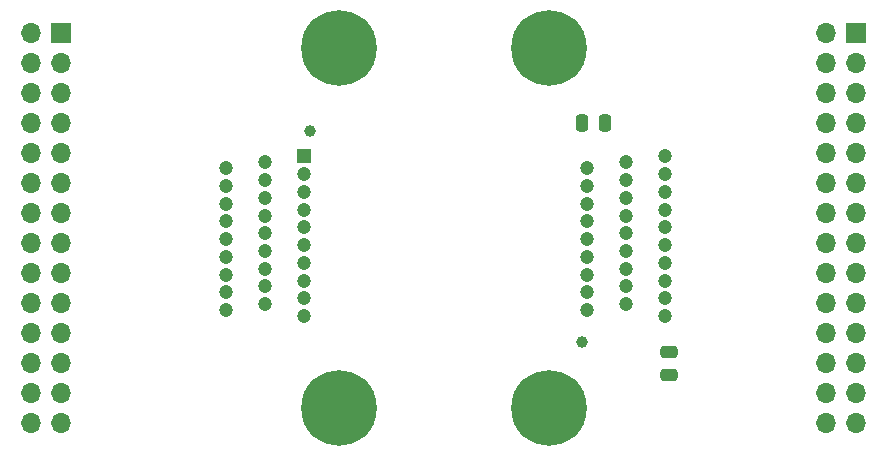
<source format=gbr>
%TF.GenerationSoftware,KiCad,Pcbnew,(6.0.2-0)*%
%TF.CreationDate,2022-04-19T20:24:02-05:00*%
%TF.ProjectId,UDNISOC-1,55444e49-534f-4432-9d31-2e6b69636164,rev?*%
%TF.SameCoordinates,Original*%
%TF.FileFunction,Soldermask,Bot*%
%TF.FilePolarity,Negative*%
%FSLAX46Y46*%
G04 Gerber Fmt 4.6, Leading zero omitted, Abs format (unit mm)*
G04 Created by KiCad (PCBNEW (6.0.2-0)) date 2022-04-19 20:24:02*
%MOMM*%
%LPD*%
G01*
G04 APERTURE LIST*
G04 Aperture macros list*
%AMRoundRect*
0 Rectangle with rounded corners*
0 $1 Rounding radius*
0 $2 $3 $4 $5 $6 $7 $8 $9 X,Y pos of 4 corners*
0 Add a 4 corners polygon primitive as box body*
4,1,4,$2,$3,$4,$5,$6,$7,$8,$9,$2,$3,0*
0 Add four circle primitives for the rounded corners*
1,1,$1+$1,$2,$3*
1,1,$1+$1,$4,$5*
1,1,$1+$1,$6,$7*
1,1,$1+$1,$8,$9*
0 Add four rect primitives between the rounded corners*
20,1,$1+$1,$2,$3,$4,$5,0*
20,1,$1+$1,$4,$5,$6,$7,0*
20,1,$1+$1,$6,$7,$8,$9,0*
20,1,$1+$1,$8,$9,$2,$3,0*%
G04 Aperture macros list end*
%ADD10C,6.400000*%
%ADD11R,1.700000X1.700000*%
%ADD12O,1.700000X1.700000*%
%ADD13C,1.000000*%
%ADD14R,1.200000X1.200000*%
%ADD15C,1.200000*%
%ADD16RoundRect,0.250000X-0.475000X0.250000X-0.475000X-0.250000X0.475000X-0.250000X0.475000X0.250000X0*%
%ADD17RoundRect,0.250000X0.250000X0.475000X-0.250000X0.475000X-0.250000X-0.475000X0.250000X-0.475000X0*%
G04 APERTURE END LIST*
D10*
%TO.C,MH3*%
X154940000Y-111760000D03*
%TD*%
D11*
%TO.C,J1*%
X131445000Y-80010000D03*
D12*
X128905000Y-80010000D03*
X131445000Y-82550000D03*
X128905000Y-82550000D03*
X131445000Y-85090000D03*
X128905000Y-85090000D03*
X131445000Y-87630000D03*
X128905000Y-87630000D03*
X131445000Y-90170000D03*
X128905000Y-90170000D03*
X131445000Y-92710000D03*
X128905000Y-92710000D03*
X131445000Y-95250000D03*
X128905000Y-95250000D03*
X131445000Y-97790000D03*
X128905000Y-97790000D03*
X131445000Y-100330000D03*
X128905000Y-100330000D03*
X131445000Y-102870000D03*
X128905000Y-102870000D03*
X131445000Y-105410000D03*
X128905000Y-105410000D03*
X131445000Y-107950000D03*
X128905000Y-107950000D03*
X131445000Y-110490000D03*
X128905000Y-110490000D03*
X131445000Y-113030000D03*
X128905000Y-113030000D03*
%TD*%
D10*
%TO.C,MH2*%
X172720000Y-81280000D03*
%TD*%
%TO.C,MH1*%
X154940000Y-81280000D03*
%TD*%
D11*
%TO.C,J2*%
X198750000Y-80010000D03*
D12*
X196210000Y-80010000D03*
X198750000Y-82550000D03*
X196210000Y-82550000D03*
X198750000Y-85090000D03*
X196210000Y-85090000D03*
X198750000Y-87630000D03*
X196210000Y-87630000D03*
X198750000Y-90170000D03*
X196210000Y-90170000D03*
X198750000Y-92710000D03*
X196210000Y-92710000D03*
X198750000Y-95250000D03*
X196210000Y-95250000D03*
X198750000Y-97790000D03*
X196210000Y-97790000D03*
X198750000Y-100330000D03*
X196210000Y-100330000D03*
X198750000Y-102870000D03*
X196210000Y-102870000D03*
X198750000Y-105410000D03*
X196210000Y-105410000D03*
X198750000Y-107950000D03*
X196210000Y-107950000D03*
X198750000Y-110490000D03*
X196210000Y-110490000D03*
X198750000Y-113030000D03*
X196210000Y-113030000D03*
%TD*%
D10*
%TO.C,MH4*%
X172720000Y-111760000D03*
%TD*%
D13*
%TO.C,U1*%
X175500000Y-106115000D03*
X152500000Y-88265000D03*
D14*
X152010000Y-90440000D03*
D15*
X148710000Y-90940000D03*
X145410000Y-91440000D03*
X152010000Y-91940000D03*
X148710000Y-92440000D03*
X145410000Y-92940000D03*
X152010000Y-93440000D03*
X148710000Y-93940000D03*
X145410000Y-94440000D03*
X152010000Y-94940000D03*
X148710000Y-95440000D03*
X145410000Y-95940000D03*
X152010000Y-96440000D03*
X148710000Y-96940000D03*
X145410000Y-97440000D03*
X152010000Y-97940000D03*
X148710000Y-98440000D03*
X145410000Y-98940000D03*
X152010000Y-99440000D03*
X148710000Y-99940000D03*
X145410000Y-100440000D03*
X152010000Y-100940000D03*
X148710000Y-101440000D03*
X145410000Y-101940000D03*
X152010000Y-102440000D03*
X148710000Y-102940000D03*
X145410000Y-103440000D03*
X152010000Y-103940000D03*
X182590000Y-103940000D03*
X175990000Y-103440000D03*
X179290000Y-102940000D03*
X182590000Y-102440000D03*
X175990000Y-101940000D03*
X179290000Y-101440000D03*
X182590000Y-100940000D03*
X175990000Y-100440000D03*
X179290000Y-99940000D03*
X182590000Y-99440000D03*
X175990000Y-98940000D03*
X179290000Y-98440000D03*
X182590000Y-97940000D03*
X175990000Y-97440000D03*
X179290000Y-96940000D03*
X182590000Y-96440000D03*
X175990000Y-95940000D03*
X179290000Y-95440000D03*
X182590000Y-94940000D03*
X175990000Y-94440000D03*
X179290000Y-93940000D03*
X182590000Y-93440000D03*
X175990000Y-92940000D03*
X179290000Y-92440000D03*
X182590000Y-91940000D03*
X175990000Y-91440000D03*
X179290000Y-90940000D03*
X182590000Y-90440000D03*
%TD*%
D16*
%TO.C,C1*%
X182880000Y-107000000D03*
X182880000Y-108900000D03*
%TD*%
D17*
%TO.C,C2*%
X177480000Y-87630000D03*
X175580000Y-87630000D03*
%TD*%
M02*

</source>
